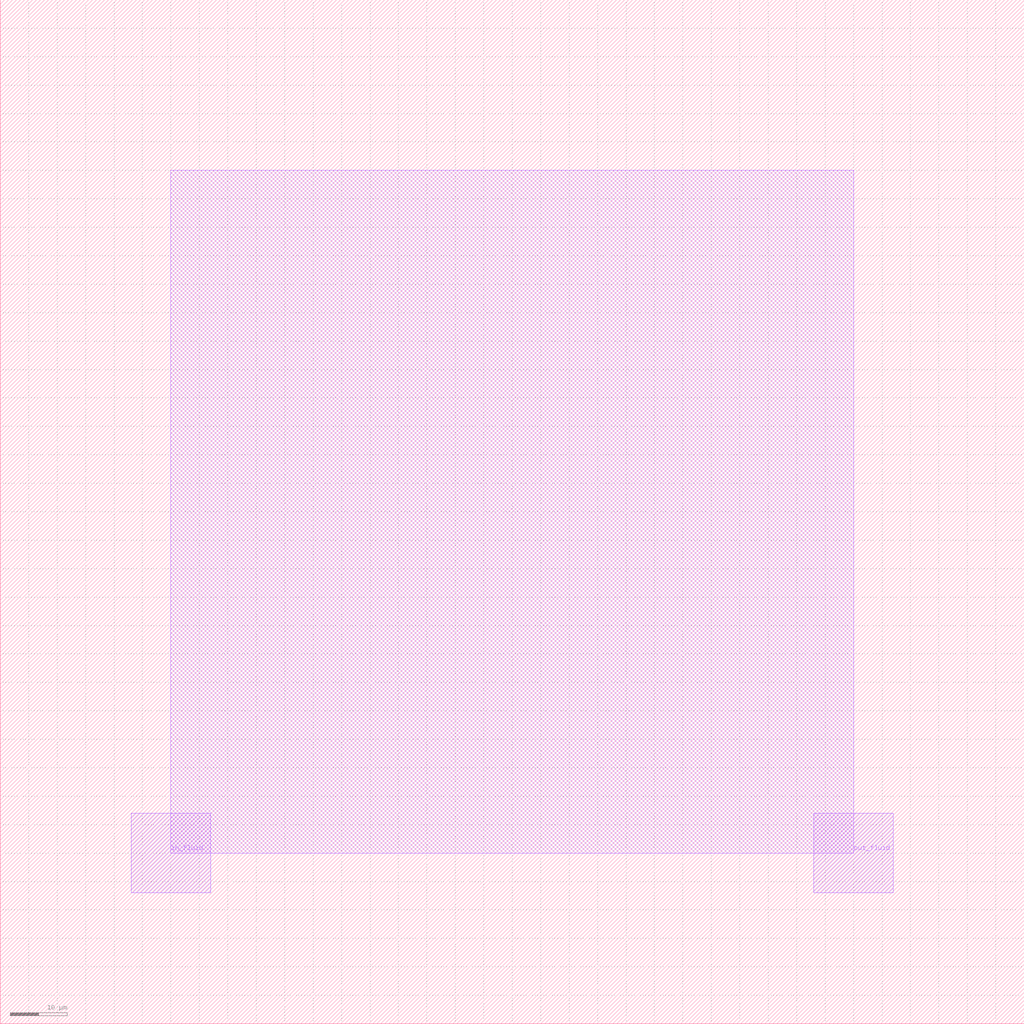
<source format=lef>
 
MACRO serpentine_100px_0
  CLASS CORE ;
  ORIGIN  0 0 ;
  FOREIGN serpentine_100px_0 0 0 ;
  SIZE 180 BY 180 ;
  SYMMETRY X Y ;
  SITE CoreSite ;
  PIN in_fluid
    DIRECTION INPUT ;
    USE SIGNAL ;
    PORT
      LAYER met1 ;
        RECT 23 23 37 37 ;
    END
  END in_fluid
  PIN out_fluid
    DIRECTION OUTPUT ;
    USE SIGNAL ;
    PORT
      LAYER met1 ;
        RECT 143 23 157 37 ;
    END
  END out_fluid
  OBS
    LAYER met1 ;
      RECT 30 30 150 150 ;
  END
  PROPERTY CatenaDesignType "deviceLevel" ;
END serpentine_100px_0

</source>
